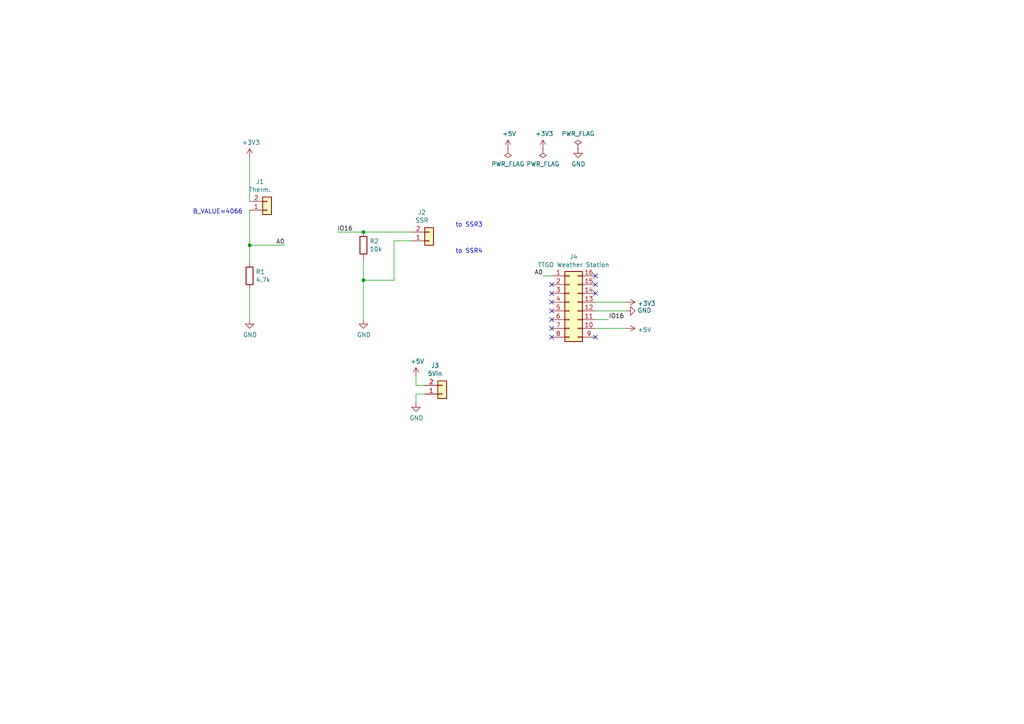
<source format=kicad_sch>
(kicad_sch (version 20211123) (generator eeschema)
  (paper "A4")
  (lib_symbols
    (symbol "Connector_Generic:Conn_01x02" (pin_names (offset 1.016) hide)
      (property "Reference" "J" (at 0 2.54 0))
      (property "Value" "Conn_01x02" (at 0 -5.08 0))
      (symbol "Conn_01x02_1_1"
        (rectangle (start -1.27 -2.413) (end 0 -2.667) (stroke (width 0.1524)))
        (rectangle (start -1.27 0.127) (end 0 -0.127) (stroke (width 0.1524)))
        (rectangle (start -1.27 1.27) (end 1.27 -3.81) (stroke (width 0.254)) (fill (type background)))
        (pin passive line (at -5.08 0 0) (length 3.81) (name "Pin_1") (number "1"))
        (pin passive line (at -5.08 -2.54 0) (length 3.81) (name "Pin_2") (number "2"))
      )
    )
    (symbol "Connector_Generic:Conn_02x08_Counter_Clockwise" (pin_names (offset 1.016) hide)
      (property "Reference" "J" (at 1.27 10.16 0))
      (property "Value" "Conn_02x08_Counter_Clockwise" (at 1.27 -12.7 0))
      (symbol "Conn_02x08_Counter_Clockwise_1_1"
        (rectangle (start -1.27 -10.033) (end 0 -10.287) (stroke (width 0.1524)))
        (rectangle (start -1.27 -7.493) (end 0 -7.747) (stroke (width 0.1524)))
        (rectangle (start -1.27 -4.953) (end 0 -5.207) (stroke (width 0.1524)))
        (rectangle (start -1.27 -2.413) (end 0 -2.667) (stroke (width 0.1524)))
        (rectangle (start -1.27 0.127) (end 0 -0.127) (stroke (width 0.1524)))
        (rectangle (start -1.27 2.667) (end 0 2.413) (stroke (width 0.1524)))
        (rectangle (start -1.27 5.207) (end 0 4.953) (stroke (width 0.1524)))
        (rectangle (start -1.27 7.747) (end 0 7.493) (stroke (width 0.1524)))
        (rectangle (start -1.27 8.89) (end 3.81 -11.43) (stroke (width 0.254)) (fill (type background)))
        (rectangle (start 3.81 -10.033) (end 2.54 -10.287) (stroke (width 0.1524)))
        (rectangle (start 3.81 -7.493) (end 2.54 -7.747) (stroke (width 0.1524)))
        (rectangle (start 3.81 -4.953) (end 2.54 -5.207) (stroke (width 0.1524)))
        (rectangle (start 3.81 -2.413) (end 2.54 -2.667) (stroke (width 0.1524)))
        (rectangle (start 3.81 0.127) (end 2.54 -0.127) (stroke (width 0.1524)))
        (rectangle (start 3.81 2.667) (end 2.54 2.413) (stroke (width 0.1524)))
        (rectangle (start 3.81 5.207) (end 2.54 4.953) (stroke (width 0.1524)))
        (rectangle (start 3.81 7.747) (end 2.54 7.493) (stroke (width 0.1524)))
        (pin passive line (at -5.08 7.62 0) (length 3.81) (name "Pin_1") (number "1"))
        (pin passive line (at 7.62 -7.62 180) (length 3.81) (name "Pin_10") (number "10"))
        (pin passive line (at 7.62 -5.08 180) (length 3.81) (name "Pin_11") (number "11"))
        (pin passive line (at 7.62 -2.54 180) (length 3.81) (name "Pin_12") (number "12"))
        (pin passive line (at 7.62 0 180) (length 3.81) (name "Pin_13") (number "13"))
        (pin passive line (at 7.62 2.54 180) (length 3.81) (name "Pin_14") (number "14"))
        (pin passive line (at 7.62 5.08 180) (length 3.81) (name "Pin_15") (number "15"))
        (pin passive line (at 7.62 7.62 180) (length 3.81) (name "Pin_16") (number "16"))
        (pin passive line (at -5.08 5.08 0) (length 3.81) (name "Pin_2") (number "2"))
        (pin passive line (at -5.08 2.54 0) (length 3.81) (name "Pin_3") (number "3"))
        (pin passive line (at -5.08 0 0) (length 3.81) (name "Pin_4") (number "4"))
        (pin passive line (at -5.08 -2.54 0) (length 3.81) (name "Pin_5") (number "5"))
        (pin passive line (at -5.08 -5.08 0) (length 3.81) (name "Pin_6") (number "6"))
        (pin passive line (at -5.08 -7.62 0) (length 3.81) (name "Pin_7") (number "7"))
        (pin passive line (at -5.08 -10.16 0) (length 3.81) (name "Pin_8") (number "8"))
        (pin passive line (at 7.62 -10.16 180) (length 3.81) (name "Pin_9") (number "9"))
      )
    )
    (symbol "Device:R" (pin_numbers hide) (pin_names (offset 0))
      (property "Reference" "R" (at 2.032 0 90))
      (property "Value" "R" (at 0 0 90))
      (symbol "R_0_1"
        (rectangle (start -1.016 -2.54) (end 1.016 2.54) (stroke (width 0.254)))
      )
      (symbol "R_1_1"
        (pin passive line (at 0 3.81 270) (length 1.27) (name "~") (number "1"))
        (pin passive line (at 0 -3.81 90) (length 1.27) (name "~") (number "2"))
      )
    )
    (symbol "power:+3V3" (power) (pin_names (offset 0))
      (property "Value" "+3V3" (at 0 3.556 0))
      (symbol "+3V3_0_1"
        (polyline (pts (xy -0.762 1.27) (xy 0 2.54)))
        (polyline (pts (xy 0 0) (xy 0 2.54)))
        (polyline (pts (xy 0 2.54) (xy 0.762 1.27)))
      )
      (symbol "+3V3_1_1"
        (pin power_in line (at 0 0 90) (length 0) hide (name "+3V3") (number "1"))
      )
    )
    (symbol "power:+5V" (power) (pin_names (offset 0))
      (property "Value" "+5V" (at 0 3.556 0))
      (symbol "+5V_0_1"
        (polyline (pts (xy -0.762 1.27) (xy 0 2.54)))
        (polyline (pts (xy 0 0) (xy 0 2.54)))
        (polyline (pts (xy 0 2.54) (xy 0.762 1.27)))
      )
      (symbol "+5V_1_1"
        (pin power_in line (at 0 0 90) (length 0) hide (name "+5V") (number "1"))
      )
    )
    (symbol "power:GND" (power) (pin_names (offset 0))
      (property "Value" "GND" (at 0 -3.81 0))
      (symbol "GND_0_1"
        (polyline (pts (xy 0 0) (xy 0 -1.27) (xy 1.27 -1.27) (xy 0 -2.54) (xy -1.27 -1.27) (xy 0 -1.27)))
      )
      (symbol "GND_1_1"
        (pin power_in line (at 0 0 270) (length 0) hide (name "GND") (number "1"))
      )
    )
    (symbol "power:PWR_FLAG" (power) (pin_numbers hide) (pin_names (offset 0) hide)
      (property "Value" "PWR_FLAG" (at 0 3.81 0))
      (symbol "PWR_FLAG_0_0"
        (pin power_out line (at 0 0 90) (length 0) (name "pwr") (number "1"))
      )
      (symbol "PWR_FLAG_0_1"
        (polyline (pts (xy 0 0) (xy 0 1.27) (xy -1.016 1.905) (xy 0 2.54) (xy 1.016 1.905) (xy 0 1.27)))
      )
    )
  )
  (junction (at 72.39 71.12))
  (junction (at 105.41 81.28))
  (junction (at 105.41 67.31))
  (no_connect (at 160.02 87.63))
  (no_connect (at 172.72 80.01))
  (no_connect (at 160.02 85.09))
  (no_connect (at 172.72 82.55))
  (no_connect (at 160.02 90.17))
  (no_connect (at 160.02 82.55))
  (no_connect (at 160.02 92.71))
  (no_connect (at 160.02 95.25))
  (no_connect (at 172.72 85.09))
  (no_connect (at 172.72 97.79))
  (no_connect (at 160.02 97.79))
  (wire (pts (xy 105.41 67.31) (xy 119.38 67.31)))
  (wire (pts (xy 114.3 81.28) (xy 105.41 81.28)))
  (wire (pts (xy 105.41 67.31) (xy 97.79 67.31)))
  (wire (pts (xy 72.39 92.71) (xy 72.39 83.82)))
  (wire (pts (xy 120.65 114.3) (xy 120.65 116.84)))
  (wire (pts (xy 123.19 114.3) (xy 120.65 114.3)))
  (wire (pts (xy 176.53 92.71) (xy 172.72 92.71)))
  (wire (pts (xy 105.41 92.71) (xy 105.41 81.28)))
  (wire (pts (xy 172.72 90.17) (xy 181.61 90.17)))
  (wire (pts (xy 72.39 60.96) (xy 72.39 71.12)))
  (wire (pts (xy 72.39 45.72) (xy 72.39 58.42)))
  (wire (pts (xy 172.72 95.25) (xy 181.61 95.25)))
  (wire (pts (xy 105.41 81.28) (xy 105.41 74.93)))
  (wire (pts (xy 160.02 80.01) (xy 157.48 80.01)))
  (wire (pts (xy 120.65 109.22) (xy 120.65 111.76)))
  (wire (pts (xy 119.38 69.85) (xy 114.3 69.85)))
  (wire (pts (xy 114.3 69.85) (xy 114.3 81.28)))
  (wire (pts (xy 82.55 71.12) (xy 72.39 71.12)))
  (wire (pts (xy 181.61 87.63) (xy 172.72 87.63)))
  (wire (pts (xy 120.65 111.76) (xy 123.19 111.76)))
  (wire (pts (xy 72.39 71.12) (xy 72.39 76.2)))
  (text "B_VALUE=4066" (at 55.88 62.23 0) (effects (font (size 1.27 1.27)) (justify left bottom)))
  (text "to SSR3" (at 132.08 66.04 0) (effects (font (size 1.27 1.27)) (justify left bottom)))
  (text "to SSR4" (at 132.08 73.66 0) (effects (font (size 1.27 1.27)) (justify left bottom)))
  (label "IO16" (at 97.79 67.31 0))
  (label "A0" (at 82.55 71.12 180))
  (label "IO16" (at 176.53 92.71 0))
  (label "A0" (at 157.48 80.01 180))
  (symbol (lib_id "Device:R") (at 72.39 80.01 0) (unit 1)
    (property "Reference" "R1" (at 74.168 78.8416 0) (effects (justify left)))
    (property "Value" "4.7k" (at 74.168 81.153 0) (effects (justify left)))
    (property "Footprint" "Resistor_SMD:R_0603_1608Metric_Pad1.05x0.95mm_HandSolder" (effects hide))
  )
  (symbol (lib_id "power:+3V3") (at 72.39 45.72 0) (unit 1)
    (property "Reference" "#PWR01" (effects hide))
    (property "Value" "+3V3" (at 72.771 41.3258 0))
  )
  (symbol (lib_id "power:GND") (at 72.39 92.71 0) (unit 1)
    (property "Reference" "#PWR02" (effects hide))
    (property "Value" "GND" (at 72.517 97.1042 0))
  )
  (symbol (lib_id "Connector_Generic:Conn_01x02") (at 124.46 69.85 0) (mirror x) (unit 1)
    (property "Reference" "J2" (at 122.3772 61.595 0))
    (property "Value" "SSR" (at 122.3772 63.9064 0))
    (property "Footprint" "Connector_JST:JST_XH_B2B-XH-A_1x02_P2.50mm_Vertical" (effects hide))
  )
  (symbol (lib_id "Device:R") (at 105.41 71.12 0) (unit 1)
    (property "Reference" "R2" (at 107.188 69.9516 0) (effects (justify left)))
    (property "Value" "10k" (at 107.188 72.263 0) (effects (justify left)))
    (property "Footprint" "Resistor_SMD:R_0603_1608Metric_Pad1.05x0.95mm_HandSolder" (effects hide))
  )
  (symbol (lib_id "power:GND") (at 105.41 92.71 0) (unit 1)
    (property "Reference" "#PWR03" (effects hide))
    (property "Value" "GND" (at 105.537 97.1042 0))
  )
  (symbol (lib_id "Connector_Generic:Conn_02x08_Counter_Clockwise") (at 165.1 87.63 0) (unit 1)
    (property "Reference" "J4" (at 166.37 74.4982 0))
    (property "Value" "TTGO Weather Station" (at 166.37 76.8096 0))
    (property "Footprint" "Connector_PinHeader_2.54mm:PinHeader_2x08_P2.54mm_Vertical" (effects hide))
  )
  (symbol (lib_id "Connector_Generic:Conn_01x02") (at 128.27 114.3 0) (mirror x) (unit 1)
    (property "Reference" "J3" (at 126.1872 106.045 0))
    (property "Value" "5Vin" (at 126.1872 108.3564 0))
    (property "Footprint" "Connector_JST:JST_XH_B2B-XH-A_1x02_P2.50mm_Vertical" (effects hide))
  )
  (symbol (lib_id "power:GND") (at 120.65 116.84 0) (unit 1)
    (property "Reference" "#PWR05" (effects hide))
    (property "Value" "GND" (at 120.777 121.2342 0))
  )
  (symbol (lib_id "power:+5V") (at 120.65 109.22 0) (unit 1)
    (property "Reference" "#PWR04" (effects hide))
    (property "Value" "+5V" (at 121.031 104.8258 0))
  )
  (symbol (lib_id "Connector_Generic:Conn_01x02") (at 77.47 60.96 0) (mirror x) (unit 1)
    (property "Reference" "J1" (at 75.3872 52.705 0))
    (property "Value" "Therm." (at 75.3872 55.0164 0))
    (property "Footprint" "Connector_JST:JST_XH_B2B-XH-A_1x02_P2.50mm_Vertical" (effects hide))
  )
  (symbol (lib_id "power:+5V") (at 181.61 95.25 270) (unit 1)
    (property "Reference" "#PWR08" (effects hide))
    (property "Value" "+5V" (at 184.8612 95.631 90) (effects (justify left)))
  )
  (symbol (lib_id "power:GND") (at 181.61 90.17 90) (unit 1)
    (property "Reference" "#PWR07" (effects hide))
    (property "Value" "GND" (at 184.8612 90.043 90) (effects (justify right)))
  )
  (symbol (lib_id "power:+3V3") (at 181.61 87.63 270) (unit 1)
    (property "Reference" "#PWR06" (effects hide))
    (property "Value" "+3V3" (at 184.8612 88.011 90) (effects (justify left)))
  )
  (symbol (lib_id "power:PWR_FLAG") (at 147.32 43.18 180) (unit 1)
    (property "Reference" "#FLG0101" (effects hide))
    (property "Value" "PWR_FLAG" (at 147.32 47.5742 0))
  )
  (symbol (lib_id "power:PWR_FLAG") (at 157.48 43.18 180) (unit 1)
    (property "Reference" "#FLG0102" (effects hide))
    (property "Value" "PWR_FLAG" (at 157.48 47.5742 0))
  )
  (symbol (lib_id "power:PWR_FLAG") (at 167.64 43.18 0) (unit 1)
    (property "Reference" "#FLG0103" (effects hide))
    (property "Value" "PWR_FLAG" (at 167.64 38.7858 0))
  )
  (symbol (lib_id "power:+5V") (at 147.32 43.18 0) (unit 1)
    (property "Reference" "#PWR0101" (effects hide))
    (property "Value" "+5V" (at 147.701 38.7858 0))
  )
  (symbol (lib_id "power:+3V3") (at 157.48 43.18 0) (unit 1)
    (property "Reference" "#PWR0102" (effects hide))
    (property "Value" "+3V3" (at 157.861 38.7858 0))
  )
  (symbol (lib_id "power:GND") (at 167.64 43.18 0) (unit 1)
    (property "Reference" "#PWR0103" (effects hide))
    (property "Value" "GND" (at 167.767 47.5742 0))
  )
)
</source>
